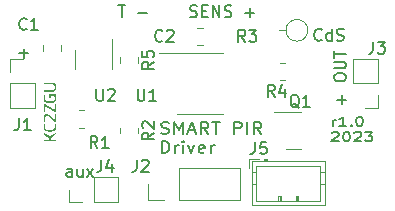
<source format=gbr>
%TF.GenerationSoftware,KiCad,Pcbnew,7.0.2*%
%TF.CreationDate,2023-05-18T15:11:27-04:00*%
%TF.ProjectId,smartpir,736d6172-7470-4697-922e-6b696361645f,rev?*%
%TF.SameCoordinates,Original*%
%TF.FileFunction,Legend,Top*%
%TF.FilePolarity,Positive*%
%FSLAX46Y46*%
G04 Gerber Fmt 4.6, Leading zero omitted, Abs format (unit mm)*
G04 Created by KiCad (PCBNEW 7.0.2) date 2023-05-18 15:11:27*
%MOMM*%
%LPD*%
G01*
G04 APERTURE LIST*
%ADD10C,0.150000*%
%ADD11C,0.120000*%
G04 APERTURE END LIST*
D10*
X128238095Y-110606095D02*
X128238095Y-110072761D01*
X128238095Y-110225142D02*
X128285714Y-110148952D01*
X128285714Y-110148952D02*
X128333333Y-110110857D01*
X128333333Y-110110857D02*
X128428571Y-110072761D01*
X128428571Y-110072761D02*
X128523809Y-110072761D01*
X129380952Y-110606095D02*
X128809524Y-110606095D01*
X129095238Y-110606095D02*
X129095238Y-109806095D01*
X129095238Y-109806095D02*
X129000000Y-109920380D01*
X129000000Y-109920380D02*
X128904762Y-109996571D01*
X128904762Y-109996571D02*
X128809524Y-110034666D01*
X129809524Y-110529904D02*
X129857143Y-110568000D01*
X129857143Y-110568000D02*
X129809524Y-110606095D01*
X129809524Y-110606095D02*
X129761905Y-110568000D01*
X129761905Y-110568000D02*
X129809524Y-110529904D01*
X129809524Y-110529904D02*
X129809524Y-110606095D01*
X130476190Y-109806095D02*
X130571428Y-109806095D01*
X130571428Y-109806095D02*
X130666666Y-109844190D01*
X130666666Y-109844190D02*
X130714285Y-109882285D01*
X130714285Y-109882285D02*
X130761904Y-109958476D01*
X130761904Y-109958476D02*
X130809523Y-110110857D01*
X130809523Y-110110857D02*
X130809523Y-110301333D01*
X130809523Y-110301333D02*
X130761904Y-110453714D01*
X130761904Y-110453714D02*
X130714285Y-110529904D01*
X130714285Y-110529904D02*
X130666666Y-110568000D01*
X130666666Y-110568000D02*
X130571428Y-110606095D01*
X130571428Y-110606095D02*
X130476190Y-110606095D01*
X130476190Y-110606095D02*
X130380952Y-110568000D01*
X130380952Y-110568000D02*
X130333333Y-110529904D01*
X130333333Y-110529904D02*
X130285714Y-110453714D01*
X130285714Y-110453714D02*
X130238095Y-110301333D01*
X130238095Y-110301333D02*
X130238095Y-110110857D01*
X130238095Y-110110857D02*
X130285714Y-109958476D01*
X130285714Y-109958476D02*
X130333333Y-109882285D01*
X130333333Y-109882285D02*
X130380952Y-109844190D01*
X130380952Y-109844190D02*
X130476190Y-109806095D01*
X128190476Y-111178285D02*
X128238095Y-111140190D01*
X128238095Y-111140190D02*
X128333333Y-111102095D01*
X128333333Y-111102095D02*
X128571428Y-111102095D01*
X128571428Y-111102095D02*
X128666666Y-111140190D01*
X128666666Y-111140190D02*
X128714285Y-111178285D01*
X128714285Y-111178285D02*
X128761904Y-111254476D01*
X128761904Y-111254476D02*
X128761904Y-111330666D01*
X128761904Y-111330666D02*
X128714285Y-111444952D01*
X128714285Y-111444952D02*
X128142857Y-111902095D01*
X128142857Y-111902095D02*
X128761904Y-111902095D01*
X129380952Y-111102095D02*
X129476190Y-111102095D01*
X129476190Y-111102095D02*
X129571428Y-111140190D01*
X129571428Y-111140190D02*
X129619047Y-111178285D01*
X129619047Y-111178285D02*
X129666666Y-111254476D01*
X129666666Y-111254476D02*
X129714285Y-111406857D01*
X129714285Y-111406857D02*
X129714285Y-111597333D01*
X129714285Y-111597333D02*
X129666666Y-111749714D01*
X129666666Y-111749714D02*
X129619047Y-111825904D01*
X129619047Y-111825904D02*
X129571428Y-111864000D01*
X129571428Y-111864000D02*
X129476190Y-111902095D01*
X129476190Y-111902095D02*
X129380952Y-111902095D01*
X129380952Y-111902095D02*
X129285714Y-111864000D01*
X129285714Y-111864000D02*
X129238095Y-111825904D01*
X129238095Y-111825904D02*
X129190476Y-111749714D01*
X129190476Y-111749714D02*
X129142857Y-111597333D01*
X129142857Y-111597333D02*
X129142857Y-111406857D01*
X129142857Y-111406857D02*
X129190476Y-111254476D01*
X129190476Y-111254476D02*
X129238095Y-111178285D01*
X129238095Y-111178285D02*
X129285714Y-111140190D01*
X129285714Y-111140190D02*
X129380952Y-111102095D01*
X130095238Y-111178285D02*
X130142857Y-111140190D01*
X130142857Y-111140190D02*
X130238095Y-111102095D01*
X130238095Y-111102095D02*
X130476190Y-111102095D01*
X130476190Y-111102095D02*
X130571428Y-111140190D01*
X130571428Y-111140190D02*
X130619047Y-111178285D01*
X130619047Y-111178285D02*
X130666666Y-111254476D01*
X130666666Y-111254476D02*
X130666666Y-111330666D01*
X130666666Y-111330666D02*
X130619047Y-111444952D01*
X130619047Y-111444952D02*
X130047619Y-111902095D01*
X130047619Y-111902095D02*
X130666666Y-111902095D01*
X131000000Y-111102095D02*
X131619047Y-111102095D01*
X131619047Y-111102095D02*
X131285714Y-111406857D01*
X131285714Y-111406857D02*
X131428571Y-111406857D01*
X131428571Y-111406857D02*
X131523809Y-111444952D01*
X131523809Y-111444952D02*
X131571428Y-111483047D01*
X131571428Y-111483047D02*
X131619047Y-111559238D01*
X131619047Y-111559238D02*
X131619047Y-111749714D01*
X131619047Y-111749714D02*
X131571428Y-111825904D01*
X131571428Y-111825904D02*
X131523809Y-111864000D01*
X131523809Y-111864000D02*
X131428571Y-111902095D01*
X131428571Y-111902095D02*
X131142857Y-111902095D01*
X131142857Y-111902095D02*
X131047619Y-111864000D01*
X131047619Y-111864000D02*
X131000000Y-111825904D01*
G36*
X103782686Y-111890579D02*
G01*
X103782686Y-111750628D01*
X104251632Y-111750628D01*
X104251632Y-111582588D01*
X103782686Y-111322226D01*
X103782686Y-111172260D01*
X104312693Y-111471946D01*
X104830000Y-111166643D01*
X104830000Y-111317829D01*
X104376685Y-111584054D01*
X104376685Y-111750628D01*
X104830000Y-111750628D01*
X104830000Y-111890579D01*
X103782686Y-111890579D01*
G37*
G36*
X104837815Y-110709665D02*
G01*
X104837652Y-110726118D01*
X104837163Y-110742141D01*
X104836347Y-110757733D01*
X104835205Y-110772893D01*
X104833737Y-110787622D01*
X104831942Y-110801920D01*
X104829821Y-110815786D01*
X104827374Y-110829221D01*
X104824600Y-110842225D01*
X104821501Y-110854798D01*
X104818075Y-110866940D01*
X104814322Y-110878650D01*
X104810243Y-110889929D01*
X104805839Y-110900777D01*
X104801107Y-110911194D01*
X104796050Y-110921179D01*
X104790511Y-110930767D01*
X104784399Y-110940054D01*
X104777711Y-110949040D01*
X104770450Y-110957724D01*
X104762614Y-110966106D01*
X104754204Y-110974187D01*
X104745220Y-110981967D01*
X104735661Y-110989445D01*
X104725527Y-110996621D01*
X104714820Y-111003496D01*
X104703538Y-111010070D01*
X104691682Y-111016342D01*
X104679251Y-111022313D01*
X104666246Y-111027982D01*
X104652667Y-111033349D01*
X104638513Y-111038415D01*
X104623635Y-111043177D01*
X104607945Y-111047632D01*
X104591441Y-111051779D01*
X104574125Y-111055619D01*
X104555995Y-111059152D01*
X104537053Y-111062378D01*
X104527277Y-111063876D01*
X104517298Y-111065296D01*
X104507116Y-111066640D01*
X104496730Y-111067908D01*
X104486141Y-111069098D01*
X104475349Y-111070212D01*
X104464354Y-111071249D01*
X104453156Y-111072209D01*
X104441754Y-111073092D01*
X104430149Y-111073898D01*
X104418341Y-111074628D01*
X104406330Y-111075281D01*
X104394115Y-111075857D01*
X104381697Y-111076356D01*
X104369077Y-111076778D01*
X104356252Y-111077124D01*
X104343225Y-111077393D01*
X104329994Y-111077585D01*
X104316560Y-111077700D01*
X104302923Y-111077739D01*
X104289964Y-111077699D01*
X104277187Y-111077579D01*
X104264595Y-111077380D01*
X104252186Y-111077101D01*
X104239961Y-111076743D01*
X104227919Y-111076305D01*
X104216061Y-111075787D01*
X104204387Y-111075189D01*
X104192896Y-111074512D01*
X104181589Y-111073755D01*
X104170466Y-111072919D01*
X104159526Y-111072003D01*
X104148770Y-111071007D01*
X104138198Y-111069931D01*
X104127809Y-111068776D01*
X104117604Y-111067541D01*
X104107583Y-111066227D01*
X104097745Y-111064833D01*
X104078621Y-111061805D01*
X104060231Y-111058460D01*
X104042576Y-111054795D01*
X104025655Y-111050812D01*
X104009469Y-111046510D01*
X103994018Y-111041889D01*
X103979302Y-111036950D01*
X103965226Y-111031699D01*
X103951698Y-111026142D01*
X103938718Y-111020280D01*
X103926286Y-111014113D01*
X103914401Y-111007641D01*
X103903064Y-111000863D01*
X103892274Y-110993780D01*
X103882032Y-110986392D01*
X103872338Y-110978698D01*
X103863191Y-110970699D01*
X103854592Y-110962395D01*
X103846540Y-110953785D01*
X103839037Y-110944870D01*
X103832080Y-110935650D01*
X103825672Y-110926125D01*
X103819811Y-110916294D01*
X103814369Y-110906077D01*
X103809278Y-110895453D01*
X103804538Y-110884423D01*
X103800150Y-110872987D01*
X103796112Y-110861144D01*
X103792425Y-110848894D01*
X103789090Y-110836239D01*
X103786106Y-110823176D01*
X103783472Y-110809708D01*
X103781190Y-110795833D01*
X103779259Y-110781551D01*
X103777679Y-110766863D01*
X103776450Y-110751769D01*
X103775573Y-110736268D01*
X103775046Y-110720361D01*
X103774870Y-110704047D01*
X103774976Y-110690255D01*
X103775291Y-110676266D01*
X103775817Y-110662080D01*
X103776553Y-110647696D01*
X103777500Y-110633114D01*
X103778248Y-110623283D01*
X103779090Y-110613365D01*
X103780025Y-110603358D01*
X103781053Y-110593264D01*
X103782175Y-110583082D01*
X103783391Y-110572813D01*
X103784700Y-110562455D01*
X103786102Y-110552010D01*
X103786838Y-110546755D01*
X103788323Y-110536298D01*
X103789846Y-110525994D01*
X103791406Y-110515843D01*
X103793005Y-110505844D01*
X103794643Y-110495998D01*
X103796318Y-110486304D01*
X103798903Y-110472051D01*
X103801573Y-110458140D01*
X103804329Y-110444573D01*
X103807172Y-110431350D01*
X103810100Y-110418470D01*
X103813113Y-110405933D01*
X103815170Y-110397766D01*
X103921416Y-110397766D01*
X103919645Y-110409585D01*
X103917875Y-110422450D01*
X103916547Y-110432785D01*
X103915218Y-110443708D01*
X103913890Y-110455219D01*
X103912562Y-110467318D01*
X103911234Y-110480006D01*
X103909906Y-110493282D01*
X103908578Y-110507145D01*
X103907250Y-110521598D01*
X103906363Y-110531429D01*
X103905533Y-110541263D01*
X103904760Y-110551098D01*
X103904044Y-110560936D01*
X103903386Y-110570775D01*
X103902785Y-110580617D01*
X103902241Y-110590460D01*
X103901755Y-110600305D01*
X103901325Y-110610152D01*
X103900953Y-110620001D01*
X103900638Y-110629852D01*
X103900381Y-110639704D01*
X103900180Y-110649559D01*
X103900037Y-110659415D01*
X103899951Y-110669274D01*
X103899923Y-110679134D01*
X103900049Y-110691413D01*
X103900426Y-110703337D01*
X103901056Y-110714906D01*
X103901938Y-110726120D01*
X103903071Y-110736980D01*
X103904456Y-110747484D01*
X103906094Y-110757633D01*
X103907983Y-110767428D01*
X103911289Y-110781454D01*
X103915161Y-110794682D01*
X103919601Y-110807111D01*
X103924607Y-110818742D01*
X103930179Y-110829574D01*
X103932163Y-110833007D01*
X103938641Y-110842877D01*
X103946076Y-110852244D01*
X103954469Y-110861109D01*
X103963819Y-110869472D01*
X103974127Y-110877332D01*
X103985392Y-110884690D01*
X103997614Y-110891546D01*
X104010794Y-110897899D01*
X104020112Y-110901856D01*
X104029856Y-110905589D01*
X104040026Y-110909099D01*
X104050621Y-110912386D01*
X104061715Y-110915462D01*
X104073442Y-110918340D01*
X104085803Y-110921019D01*
X104098797Y-110923499D01*
X104112425Y-110925781D01*
X104126687Y-110927865D01*
X104141582Y-110929750D01*
X104157110Y-110931437D01*
X104173272Y-110932925D01*
X104190068Y-110934215D01*
X104207497Y-110935307D01*
X104225560Y-110936200D01*
X104244256Y-110936894D01*
X104263585Y-110937390D01*
X104273487Y-110937564D01*
X104283548Y-110937688D01*
X104293767Y-110937763D01*
X104304145Y-110937787D01*
X104314778Y-110937764D01*
X104325245Y-110937694D01*
X104335546Y-110937577D01*
X104345681Y-110937413D01*
X104355650Y-110937203D01*
X104365453Y-110936946D01*
X104384562Y-110936291D01*
X104403006Y-110935450D01*
X104420786Y-110934421D01*
X104437902Y-110933206D01*
X104454354Y-110931803D01*
X104470142Y-110930214D01*
X104485266Y-110928437D01*
X104499726Y-110926474D01*
X104513522Y-110924323D01*
X104526654Y-110921986D01*
X104539122Y-110919462D01*
X104550925Y-110916750D01*
X104562065Y-110913852D01*
X104572661Y-110910744D01*
X104582833Y-110907406D01*
X104592582Y-110903837D01*
X104601907Y-110900037D01*
X104610809Y-110896006D01*
X104623367Y-110889526D01*
X104634972Y-110882527D01*
X104645623Y-110875009D01*
X104655322Y-110866971D01*
X104664067Y-110858414D01*
X104671860Y-110849337D01*
X104678699Y-110839741D01*
X104680767Y-110836427D01*
X104686485Y-110825968D01*
X104691641Y-110814651D01*
X104696234Y-110802475D01*
X104700265Y-110789440D01*
X104703733Y-110775547D01*
X104705733Y-110765808D01*
X104707482Y-110755687D01*
X104708982Y-110745185D01*
X104710232Y-110734301D01*
X104711232Y-110723035D01*
X104711982Y-110711388D01*
X104712482Y-110699359D01*
X104712732Y-110686948D01*
X104712763Y-110680600D01*
X104712746Y-110670016D01*
X104712696Y-110659545D01*
X104712613Y-110649187D01*
X104712496Y-110638941D01*
X104712346Y-110628808D01*
X104712162Y-110618787D01*
X104711945Y-110608879D01*
X104711694Y-110599084D01*
X104711093Y-110579830D01*
X104710359Y-110561028D01*
X104709490Y-110542675D01*
X104708489Y-110524773D01*
X104707353Y-110507321D01*
X104706084Y-110490319D01*
X104704682Y-110473768D01*
X104703146Y-110457667D01*
X104701476Y-110442016D01*
X104699673Y-110426816D01*
X104697736Y-110412066D01*
X104695666Y-110397766D01*
X104803133Y-110397766D01*
X104807333Y-110415471D01*
X104811261Y-110433414D01*
X104814919Y-110451596D01*
X104818306Y-110470017D01*
X104821422Y-110488675D01*
X104824267Y-110507573D01*
X104826842Y-110526709D01*
X104829145Y-110546083D01*
X104830195Y-110555860D01*
X104831177Y-110565696D01*
X104832091Y-110575592D01*
X104832938Y-110585547D01*
X104833717Y-110595562D01*
X104834428Y-110605637D01*
X104835072Y-110615772D01*
X104835648Y-110625966D01*
X104836156Y-110636219D01*
X104836596Y-110646533D01*
X104836969Y-110656905D01*
X104837273Y-110667338D01*
X104837510Y-110677830D01*
X104837680Y-110688382D01*
X104837781Y-110698993D01*
X104837815Y-110709665D01*
G37*
G36*
X104719846Y-110262944D02*
G01*
X104355436Y-109893405D01*
X104345903Y-109883603D01*
X104336476Y-109874163D01*
X104327157Y-109865086D01*
X104317944Y-109856372D01*
X104308839Y-109848020D01*
X104299840Y-109840030D01*
X104290948Y-109832403D01*
X104282163Y-109825139D01*
X104273485Y-109818237D01*
X104264913Y-109811698D01*
X104256449Y-109805521D01*
X104248091Y-109799707D01*
X104239840Y-109794256D01*
X104227664Y-109786758D01*
X104215729Y-109780076D01*
X104203739Y-109774053D01*
X104191491Y-109768622D01*
X104178986Y-109763783D01*
X104166224Y-109759537D01*
X104153204Y-109755883D01*
X104139926Y-109752822D01*
X104126390Y-109750354D01*
X104112597Y-109748477D01*
X104098547Y-109747194D01*
X104084238Y-109746502D01*
X104074556Y-109746371D01*
X104060490Y-109746766D01*
X104047050Y-109747951D01*
X104034238Y-109749926D01*
X104022052Y-109752691D01*
X104010493Y-109756245D01*
X103999560Y-109760590D01*
X103989255Y-109765725D01*
X103979576Y-109771650D01*
X103970525Y-109778365D01*
X103962100Y-109785869D01*
X103956831Y-109791311D01*
X103949455Y-109800282D01*
X103942804Y-109810434D01*
X103936878Y-109821766D01*
X103931678Y-109834279D01*
X103927204Y-109847973D01*
X103924624Y-109857758D01*
X103922367Y-109868067D01*
X103920432Y-109878902D01*
X103918819Y-109890261D01*
X103917529Y-109902145D01*
X103916562Y-109914554D01*
X103915917Y-109927487D01*
X103915595Y-109940945D01*
X103915554Y-109947871D01*
X103915554Y-110230704D01*
X103800027Y-110230704D01*
X103798480Y-110219382D01*
X103796981Y-110208161D01*
X103795532Y-110197042D01*
X103794131Y-110186023D01*
X103792780Y-110175106D01*
X103791478Y-110164289D01*
X103790225Y-110153574D01*
X103789021Y-110142960D01*
X103787867Y-110132447D01*
X103786761Y-110122035D01*
X103785705Y-110111725D01*
X103784697Y-110101515D01*
X103783739Y-110091407D01*
X103782830Y-110081399D01*
X103781970Y-110071493D01*
X103781160Y-110061688D01*
X103779686Y-110042382D01*
X103778408Y-110023480D01*
X103777327Y-110004982D01*
X103776443Y-109986889D01*
X103775755Y-109969200D01*
X103775263Y-109951916D01*
X103774969Y-109935037D01*
X103774870Y-109918562D01*
X103774940Y-109908064D01*
X103775147Y-109897757D01*
X103775493Y-109887643D01*
X103775977Y-109877720D01*
X103777361Y-109858450D01*
X103779297Y-109839946D01*
X103781787Y-109822210D01*
X103784831Y-109805241D01*
X103788428Y-109789039D01*
X103792578Y-109773604D01*
X103797282Y-109758936D01*
X103802539Y-109745035D01*
X103808349Y-109731901D01*
X103814713Y-109719535D01*
X103821630Y-109707935D01*
X103829100Y-109697102D01*
X103837124Y-109687037D01*
X103845701Y-109677739D01*
X103854773Y-109669102D01*
X103864343Y-109661023D01*
X103874412Y-109653501D01*
X103884978Y-109646536D01*
X103896043Y-109640129D01*
X103907605Y-109634279D01*
X103919665Y-109628985D01*
X103932224Y-109624249D01*
X103945280Y-109620070D01*
X103958835Y-109616449D01*
X103972887Y-109613384D01*
X103987438Y-109610877D01*
X104002487Y-109608927D01*
X104018033Y-109607534D01*
X104034078Y-109606698D01*
X104050621Y-109606420D01*
X104063934Y-109606581D01*
X104077067Y-109607065D01*
X104090022Y-109607871D01*
X104102797Y-109608999D01*
X104115393Y-109610451D01*
X104127809Y-109612224D01*
X104140046Y-109614320D01*
X104152103Y-109616739D01*
X104163982Y-109619480D01*
X104175681Y-109622543D01*
X104187200Y-109625929D01*
X104198540Y-109629638D01*
X104209701Y-109633669D01*
X104220682Y-109638022D01*
X104231484Y-109642698D01*
X104242107Y-109647697D01*
X104252673Y-109653067D01*
X104263306Y-109658859D01*
X104274006Y-109665073D01*
X104284773Y-109671709D01*
X104295607Y-109678766D01*
X104306507Y-109686245D01*
X104317474Y-109694146D01*
X104328508Y-109702468D01*
X104339609Y-109711212D01*
X104350776Y-109720378D01*
X104362010Y-109729965D01*
X104373311Y-109739975D01*
X104384679Y-109750406D01*
X104396114Y-109761258D01*
X104407615Y-109772532D01*
X104419183Y-109784228D01*
X104704947Y-110073900D01*
X104704947Y-109575157D01*
X104830000Y-109575157D01*
X104830000Y-110262944D01*
X104719846Y-110262944D01*
G37*
G36*
X104717404Y-109451081D02*
G01*
X103907739Y-108947941D01*
X103907739Y-109451081D01*
X103782686Y-109451081D01*
X103782686Y-108778925D01*
X103895282Y-108778925D01*
X104704947Y-109282065D01*
X104704947Y-108778925D01*
X104830000Y-108778925D01*
X104830000Y-109451081D01*
X104717404Y-109451081D01*
G37*
G36*
X104837815Y-108318527D02*
G01*
X104837588Y-108334391D01*
X104836907Y-108349805D01*
X104835772Y-108364769D01*
X104834182Y-108379282D01*
X104832139Y-108393346D01*
X104829641Y-108406958D01*
X104826689Y-108420121D01*
X104823283Y-108432833D01*
X104819423Y-108445094D01*
X104815108Y-108456906D01*
X104810340Y-108468267D01*
X104805117Y-108479178D01*
X104799441Y-108489638D01*
X104793310Y-108499648D01*
X104786725Y-108509208D01*
X104779685Y-108518318D01*
X104772167Y-108527035D01*
X104764207Y-108535419D01*
X104755803Y-108543468D01*
X104746957Y-108551184D01*
X104737668Y-108558565D01*
X104727937Y-108565613D01*
X104717762Y-108572327D01*
X104707145Y-108578707D01*
X104696086Y-108584753D01*
X104684583Y-108590465D01*
X104672638Y-108595843D01*
X104660251Y-108600887D01*
X104647420Y-108605597D01*
X104634147Y-108609974D01*
X104620432Y-108614016D01*
X104606273Y-108617725D01*
X104591586Y-108621155D01*
X104576346Y-108624365D01*
X104560552Y-108627353D01*
X104544205Y-108630120D01*
X104527304Y-108632665D01*
X104509851Y-108634989D01*
X104491843Y-108637092D01*
X104473283Y-108638974D01*
X104454169Y-108640634D01*
X104444404Y-108641381D01*
X104434502Y-108642073D01*
X104424460Y-108642709D01*
X104414281Y-108643290D01*
X104403963Y-108643816D01*
X104393507Y-108644286D01*
X104382912Y-108644701D01*
X104372180Y-108645061D01*
X104361308Y-108645365D01*
X104350299Y-108645614D01*
X104339151Y-108645808D01*
X104327865Y-108645946D01*
X104316440Y-108646029D01*
X104304877Y-108646057D01*
X104293406Y-108646026D01*
X104282071Y-108645936D01*
X104270874Y-108645784D01*
X104259815Y-108645572D01*
X104248892Y-108645299D01*
X104238107Y-108644966D01*
X104227460Y-108644572D01*
X104216950Y-108644118D01*
X104206577Y-108643603D01*
X104196342Y-108643028D01*
X104186244Y-108642391D01*
X104176284Y-108641695D01*
X104166460Y-108640937D01*
X104147226Y-108639241D01*
X104128542Y-108637302D01*
X104110407Y-108635121D01*
X104092821Y-108632698D01*
X104075785Y-108630032D01*
X104059299Y-108627124D01*
X104043362Y-108623974D01*
X104027975Y-108620581D01*
X104013137Y-108616946D01*
X104005924Y-108615038D01*
X103991854Y-108610943D01*
X103978222Y-108606474D01*
X103965026Y-108601631D01*
X103952267Y-108596414D01*
X103939945Y-108590823D01*
X103928060Y-108584859D01*
X103916612Y-108578520D01*
X103905601Y-108571807D01*
X103895027Y-108564720D01*
X103884890Y-108557259D01*
X103875190Y-108549424D01*
X103865927Y-108541215D01*
X103857101Y-108532633D01*
X103848712Y-108523676D01*
X103840760Y-108514345D01*
X103833244Y-108504640D01*
X103826176Y-108494474D01*
X103819563Y-108483822D01*
X103813406Y-108472683D01*
X103807706Y-108461058D01*
X103802461Y-108448946D01*
X103797673Y-108436348D01*
X103793340Y-108423262D01*
X103789464Y-108409691D01*
X103786044Y-108395632D01*
X103783079Y-108381088D01*
X103780571Y-108366056D01*
X103778519Y-108350538D01*
X103776923Y-108334534D01*
X103775782Y-108318042D01*
X103775098Y-108301065D01*
X103774870Y-108283600D01*
X103774907Y-108272901D01*
X103775017Y-108262204D01*
X103775201Y-108251511D01*
X103775458Y-108240820D01*
X103775789Y-108230132D01*
X103776193Y-108219447D01*
X103776670Y-108208764D01*
X103777221Y-108198085D01*
X103777846Y-108187408D01*
X103778544Y-108176735D01*
X103779315Y-108166064D01*
X103780160Y-108155396D01*
X103781078Y-108144731D01*
X103782070Y-108134068D01*
X103783135Y-108123409D01*
X103784274Y-108112752D01*
X103785486Y-108102099D01*
X103786772Y-108091448D01*
X103788131Y-108080800D01*
X103789563Y-108070155D01*
X103791069Y-108059513D01*
X103792649Y-108048873D01*
X103794302Y-108038237D01*
X103796028Y-108027603D01*
X103797828Y-108016973D01*
X103799701Y-108006345D01*
X103801648Y-107995720D01*
X103803668Y-107985097D01*
X103805762Y-107974478D01*
X103807929Y-107963862D01*
X103810170Y-107953248D01*
X103812484Y-107942637D01*
X103920439Y-107942637D01*
X103919177Y-107952826D01*
X103917955Y-107962998D01*
X103916773Y-107973154D01*
X103915631Y-107983292D01*
X103914529Y-107993414D01*
X103913467Y-108003520D01*
X103912445Y-108013608D01*
X103911463Y-108023680D01*
X103910522Y-108033735D01*
X103909620Y-108043774D01*
X103908758Y-108053796D01*
X103907937Y-108063801D01*
X103907156Y-108073789D01*
X103906414Y-108083761D01*
X103905713Y-108093716D01*
X103905052Y-108103654D01*
X103904431Y-108113576D01*
X103903850Y-108123481D01*
X103903309Y-108133369D01*
X103902808Y-108143241D01*
X103902347Y-108153096D01*
X103901926Y-108162934D01*
X103901546Y-108172755D01*
X103901205Y-108182560D01*
X103900904Y-108192348D01*
X103900644Y-108202120D01*
X103900243Y-108221612D01*
X103900003Y-108241038D01*
X103899923Y-108260397D01*
X103900077Y-108272640D01*
X103900541Y-108284516D01*
X103901314Y-108296026D01*
X103902396Y-108307170D01*
X103903787Y-108317947D01*
X103905487Y-108328358D01*
X103907496Y-108338402D01*
X103909815Y-108348080D01*
X103913872Y-108361911D01*
X103918624Y-108374917D01*
X103924073Y-108387098D01*
X103930216Y-108398456D01*
X103937056Y-108408989D01*
X103939490Y-108412316D01*
X103947282Y-108421883D01*
X103955911Y-108430892D01*
X103965377Y-108439343D01*
X103975680Y-108447235D01*
X103986820Y-108454570D01*
X103998798Y-108461346D01*
X104011613Y-108467564D01*
X104020621Y-108471400D01*
X104030002Y-108474987D01*
X104039754Y-108478326D01*
X104049879Y-108481417D01*
X104060376Y-108484261D01*
X104065764Y-108485589D01*
X104076870Y-108488074D01*
X104088513Y-108490398D01*
X104100691Y-108492562D01*
X104113406Y-108494565D01*
X104126657Y-108496408D01*
X104140445Y-108498091D01*
X104154768Y-108499614D01*
X104169628Y-108500976D01*
X104185024Y-108502179D01*
X104200956Y-108503220D01*
X104217424Y-108504102D01*
X104234429Y-108504823D01*
X104251969Y-108505384D01*
X104270046Y-108505785D01*
X104288659Y-108506025D01*
X104307808Y-108506106D01*
X104317870Y-108506086D01*
X104327784Y-108506025D01*
X104347166Y-108505785D01*
X104365954Y-108505384D01*
X104384149Y-108504823D01*
X104401751Y-108504102D01*
X104418759Y-108503220D01*
X104435174Y-108502179D01*
X104450996Y-108500976D01*
X104466224Y-108499614D01*
X104480858Y-108498091D01*
X104494899Y-108496408D01*
X104508347Y-108494565D01*
X104521201Y-108492562D01*
X104533462Y-108490398D01*
X104545129Y-108488074D01*
X104556203Y-108485589D01*
X104566752Y-108482885D01*
X104576907Y-108479964D01*
X104586666Y-108476825D01*
X104596030Y-108473469D01*
X104609336Y-108468026D01*
X104621753Y-108462094D01*
X104633281Y-108455673D01*
X104643921Y-108448762D01*
X104653672Y-108441362D01*
X104662534Y-108433472D01*
X104670507Y-108425093D01*
X104677592Y-108416224D01*
X104683877Y-108406685D01*
X104689545Y-108396386D01*
X104694594Y-108385327D01*
X104699024Y-108373508D01*
X104702837Y-108360930D01*
X104706031Y-108347591D01*
X104708607Y-108333492D01*
X104709981Y-108323671D01*
X104711080Y-108313512D01*
X104711904Y-108303015D01*
X104712454Y-108292181D01*
X104712729Y-108281009D01*
X104712763Y-108275296D01*
X104712576Y-108261626D01*
X104712015Y-108247788D01*
X104711080Y-108233782D01*
X104709771Y-108219609D01*
X104708088Y-108205267D01*
X104706031Y-108190758D01*
X104703600Y-108176080D01*
X104700795Y-108161235D01*
X104697616Y-108146221D01*
X104694063Y-108131040D01*
X104690136Y-108115691D01*
X104685835Y-108100174D01*
X104681160Y-108084489D01*
X104676111Y-108068636D01*
X104670688Y-108052615D01*
X104664891Y-108036427D01*
X104381814Y-108036427D01*
X104381814Y-108268457D01*
X104280453Y-108268457D01*
X104278856Y-108256651D01*
X104277362Y-108244434D01*
X104275971Y-108231807D01*
X104274683Y-108218769D01*
X104273498Y-108205321D01*
X104272416Y-108191464D01*
X104271437Y-108177195D01*
X104270561Y-108162517D01*
X104269788Y-108147428D01*
X104269119Y-108131929D01*
X104268552Y-108116020D01*
X104268088Y-108099701D01*
X104267728Y-108082971D01*
X104267470Y-108065831D01*
X104267316Y-108048281D01*
X104267264Y-108030321D01*
X104267311Y-108018478D01*
X104267453Y-108006490D01*
X104267689Y-107994355D01*
X104268020Y-107982075D01*
X104268445Y-107969649D01*
X104268964Y-107957076D01*
X104269578Y-107944358D01*
X104270286Y-107931494D01*
X104271089Y-107918484D01*
X104271987Y-107905327D01*
X104272637Y-107896475D01*
X104830000Y-107896475D01*
X104830000Y-108004675D01*
X104761367Y-108026413D01*
X104766940Y-108037434D01*
X104772393Y-108048789D01*
X104777725Y-108060480D01*
X104782937Y-108072506D01*
X104788029Y-108084866D01*
X104793001Y-108097562D01*
X104797852Y-108110592D01*
X104802583Y-108123957D01*
X104807194Y-108137657D01*
X104810202Y-108146977D01*
X104813155Y-108156445D01*
X104814612Y-108161235D01*
X104817422Y-108170865D01*
X104820050Y-108180522D01*
X104822498Y-108190206D01*
X104824764Y-108199917D01*
X104826848Y-108209654D01*
X104828752Y-108219418D01*
X104830474Y-108229209D01*
X104832015Y-108239026D01*
X104833374Y-108248870D01*
X104834552Y-108258741D01*
X104835549Y-108268639D01*
X104836365Y-108278563D01*
X104837000Y-108288514D01*
X104837453Y-108298492D01*
X104837725Y-108308496D01*
X104837815Y-108318527D01*
G37*
G36*
X104837815Y-107321039D02*
G01*
X104837743Y-107332872D01*
X104837524Y-107344528D01*
X104837161Y-107356005D01*
X104836651Y-107367304D01*
X104835997Y-107378426D01*
X104835196Y-107389369D01*
X104834251Y-107400135D01*
X104833159Y-107410722D01*
X104831923Y-107421132D01*
X104830540Y-107431364D01*
X104829013Y-107441417D01*
X104827340Y-107451293D01*
X104825521Y-107460991D01*
X104821447Y-107479853D01*
X104816791Y-107498003D01*
X104811553Y-107515442D01*
X104805733Y-107532169D01*
X104799332Y-107548184D01*
X104792348Y-107563487D01*
X104784782Y-107578079D01*
X104776634Y-107591959D01*
X104767904Y-107605127D01*
X104763321Y-107611444D01*
X104753539Y-107623511D01*
X104742877Y-107634800D01*
X104731336Y-107645310D01*
X104718915Y-107655041D01*
X104705614Y-107663994D01*
X104691434Y-107672169D01*
X104676374Y-107679565D01*
X104660434Y-107686182D01*
X104643615Y-107692021D01*
X104625916Y-107697082D01*
X104607337Y-107701364D01*
X104597718Y-107703213D01*
X104587879Y-107704867D01*
X104577819Y-107706327D01*
X104567541Y-107707592D01*
X104557042Y-107708662D01*
X104546323Y-107709538D01*
X104535384Y-107710219D01*
X104524226Y-107710706D01*
X104512847Y-107710998D01*
X104501249Y-107711095D01*
X103782686Y-107711095D01*
X103782686Y-107571144D01*
X104503203Y-107571144D01*
X104517347Y-107570899D01*
X104530958Y-107570163D01*
X104544038Y-107568937D01*
X104556585Y-107567221D01*
X104568600Y-107565014D01*
X104580082Y-107562317D01*
X104591032Y-107559129D01*
X104601449Y-107555451D01*
X104611334Y-107551283D01*
X104620687Y-107546624D01*
X104629508Y-107541475D01*
X104637796Y-107535836D01*
X104645551Y-107529706D01*
X104652775Y-107523085D01*
X104662611Y-107512235D01*
X104665624Y-107508374D01*
X104671332Y-107500257D01*
X104676672Y-107491662D01*
X104681644Y-107482588D01*
X104686247Y-107473035D01*
X104690482Y-107463003D01*
X104694349Y-107452492D01*
X104697848Y-107441502D01*
X104700978Y-107430033D01*
X104703740Y-107418085D01*
X104706134Y-107405658D01*
X104708160Y-107392752D01*
X104709817Y-107379368D01*
X104711106Y-107365504D01*
X104712026Y-107351161D01*
X104712579Y-107336340D01*
X104712763Y-107321039D01*
X104712579Y-107305562D01*
X104712026Y-107290578D01*
X104711106Y-107276085D01*
X104709817Y-107262085D01*
X104708160Y-107248577D01*
X104706134Y-107235562D01*
X104703740Y-107223039D01*
X104700978Y-107211008D01*
X104697848Y-107199469D01*
X104694349Y-107188423D01*
X104690482Y-107177869D01*
X104686247Y-107167807D01*
X104681644Y-107158238D01*
X104676672Y-107149161D01*
X104671332Y-107140576D01*
X104665624Y-107132484D01*
X104659466Y-107124853D01*
X104652775Y-107117715D01*
X104645551Y-107111069D01*
X104637796Y-107104915D01*
X104629508Y-107099253D01*
X104620687Y-107094084D01*
X104611334Y-107089407D01*
X104601449Y-107085223D01*
X104591032Y-107081531D01*
X104580082Y-107078331D01*
X104568600Y-107075623D01*
X104556585Y-107073408D01*
X104544038Y-107071685D01*
X104530958Y-107070454D01*
X104517347Y-107069715D01*
X104503203Y-107069469D01*
X103782686Y-107069469D01*
X103782686Y-106929518D01*
X104501249Y-106929518D01*
X104512847Y-106929616D01*
X104524226Y-106929910D01*
X104535384Y-106930400D01*
X104546323Y-106931086D01*
X104557042Y-106931969D01*
X104567541Y-106933047D01*
X104577819Y-106934322D01*
X104587879Y-106935792D01*
X104597718Y-106937459D01*
X104607337Y-106939321D01*
X104625916Y-106943634D01*
X104643615Y-106948732D01*
X104660434Y-106954614D01*
X104676374Y-106961280D01*
X104691434Y-106968730D01*
X104705614Y-106976965D01*
X104718915Y-106985984D01*
X104731336Y-106995787D01*
X104742877Y-107006374D01*
X104753539Y-107017746D01*
X104763321Y-107029902D01*
X104772342Y-107042803D01*
X104780781Y-107056410D01*
X104788638Y-107070723D01*
X104795912Y-107085742D01*
X104802605Y-107101467D01*
X104808716Y-107117898D01*
X104814245Y-107135035D01*
X104819192Y-107152878D01*
X104823557Y-107171427D01*
X104827340Y-107190682D01*
X104829013Y-107200575D01*
X104830540Y-107210643D01*
X104831923Y-107220889D01*
X104833159Y-107231311D01*
X104834251Y-107241909D01*
X104835196Y-107252684D01*
X104835997Y-107263635D01*
X104836651Y-107274763D01*
X104837161Y-107286067D01*
X104837524Y-107297548D01*
X104837743Y-107309205D01*
X104837815Y-107321039D01*
G37*
X110095238Y-100377619D02*
X110666666Y-100377619D01*
X110380952Y-101377619D02*
X110380952Y-100377619D01*
X111761905Y-100996666D02*
X112523810Y-100996666D01*
X116190476Y-101330000D02*
X116333333Y-101377619D01*
X116333333Y-101377619D02*
X116571428Y-101377619D01*
X116571428Y-101377619D02*
X116666666Y-101330000D01*
X116666666Y-101330000D02*
X116714285Y-101282380D01*
X116714285Y-101282380D02*
X116761904Y-101187142D01*
X116761904Y-101187142D02*
X116761904Y-101091904D01*
X116761904Y-101091904D02*
X116714285Y-100996666D01*
X116714285Y-100996666D02*
X116666666Y-100949047D01*
X116666666Y-100949047D02*
X116571428Y-100901428D01*
X116571428Y-100901428D02*
X116380952Y-100853809D01*
X116380952Y-100853809D02*
X116285714Y-100806190D01*
X116285714Y-100806190D02*
X116238095Y-100758571D01*
X116238095Y-100758571D02*
X116190476Y-100663333D01*
X116190476Y-100663333D02*
X116190476Y-100568095D01*
X116190476Y-100568095D02*
X116238095Y-100472857D01*
X116238095Y-100472857D02*
X116285714Y-100425238D01*
X116285714Y-100425238D02*
X116380952Y-100377619D01*
X116380952Y-100377619D02*
X116619047Y-100377619D01*
X116619047Y-100377619D02*
X116761904Y-100425238D01*
X117190476Y-100853809D02*
X117523809Y-100853809D01*
X117666666Y-101377619D02*
X117190476Y-101377619D01*
X117190476Y-101377619D02*
X117190476Y-100377619D01*
X117190476Y-100377619D02*
X117666666Y-100377619D01*
X118095238Y-101377619D02*
X118095238Y-100377619D01*
X118095238Y-100377619D02*
X118666666Y-101377619D01*
X118666666Y-101377619D02*
X118666666Y-100377619D01*
X119095238Y-101330000D02*
X119238095Y-101377619D01*
X119238095Y-101377619D02*
X119476190Y-101377619D01*
X119476190Y-101377619D02*
X119571428Y-101330000D01*
X119571428Y-101330000D02*
X119619047Y-101282380D01*
X119619047Y-101282380D02*
X119666666Y-101187142D01*
X119666666Y-101187142D02*
X119666666Y-101091904D01*
X119666666Y-101091904D02*
X119619047Y-100996666D01*
X119619047Y-100996666D02*
X119571428Y-100949047D01*
X119571428Y-100949047D02*
X119476190Y-100901428D01*
X119476190Y-100901428D02*
X119285714Y-100853809D01*
X119285714Y-100853809D02*
X119190476Y-100806190D01*
X119190476Y-100806190D02*
X119142857Y-100758571D01*
X119142857Y-100758571D02*
X119095238Y-100663333D01*
X119095238Y-100663333D02*
X119095238Y-100568095D01*
X119095238Y-100568095D02*
X119142857Y-100472857D01*
X119142857Y-100472857D02*
X119190476Y-100425238D01*
X119190476Y-100425238D02*
X119285714Y-100377619D01*
X119285714Y-100377619D02*
X119523809Y-100377619D01*
X119523809Y-100377619D02*
X119666666Y-100425238D01*
X120857143Y-100996666D02*
X121619048Y-100996666D01*
X121238095Y-101377619D02*
X121238095Y-100615714D01*
X106166666Y-114877619D02*
X106166666Y-114353809D01*
X106166666Y-114353809D02*
X106119047Y-114258571D01*
X106119047Y-114258571D02*
X106023809Y-114210952D01*
X106023809Y-114210952D02*
X105833333Y-114210952D01*
X105833333Y-114210952D02*
X105738095Y-114258571D01*
X106166666Y-114830000D02*
X106071428Y-114877619D01*
X106071428Y-114877619D02*
X105833333Y-114877619D01*
X105833333Y-114877619D02*
X105738095Y-114830000D01*
X105738095Y-114830000D02*
X105690476Y-114734761D01*
X105690476Y-114734761D02*
X105690476Y-114639523D01*
X105690476Y-114639523D02*
X105738095Y-114544285D01*
X105738095Y-114544285D02*
X105833333Y-114496666D01*
X105833333Y-114496666D02*
X106071428Y-114496666D01*
X106071428Y-114496666D02*
X106166666Y-114449047D01*
X107071428Y-114210952D02*
X107071428Y-114877619D01*
X106642857Y-114210952D02*
X106642857Y-114734761D01*
X106642857Y-114734761D02*
X106690476Y-114830000D01*
X106690476Y-114830000D02*
X106785714Y-114877619D01*
X106785714Y-114877619D02*
X106928571Y-114877619D01*
X106928571Y-114877619D02*
X107023809Y-114830000D01*
X107023809Y-114830000D02*
X107071428Y-114782380D01*
X107452381Y-114877619D02*
X107976190Y-114210952D01*
X107452381Y-114210952D02*
X107976190Y-114877619D01*
X128996666Y-108761904D02*
X128996666Y-108000000D01*
X129377619Y-108380952D02*
X128615714Y-108380952D01*
X128377619Y-106571428D02*
X128377619Y-106380952D01*
X128377619Y-106380952D02*
X128425238Y-106285714D01*
X128425238Y-106285714D02*
X128520476Y-106190476D01*
X128520476Y-106190476D02*
X128710952Y-106142857D01*
X128710952Y-106142857D02*
X129044285Y-106142857D01*
X129044285Y-106142857D02*
X129234761Y-106190476D01*
X129234761Y-106190476D02*
X129330000Y-106285714D01*
X129330000Y-106285714D02*
X129377619Y-106380952D01*
X129377619Y-106380952D02*
X129377619Y-106571428D01*
X129377619Y-106571428D02*
X129330000Y-106666666D01*
X129330000Y-106666666D02*
X129234761Y-106761904D01*
X129234761Y-106761904D02*
X129044285Y-106809523D01*
X129044285Y-106809523D02*
X128710952Y-106809523D01*
X128710952Y-106809523D02*
X128520476Y-106761904D01*
X128520476Y-106761904D02*
X128425238Y-106666666D01*
X128425238Y-106666666D02*
X128377619Y-106571428D01*
X128377619Y-105714285D02*
X129187142Y-105714285D01*
X129187142Y-105714285D02*
X129282380Y-105666666D01*
X129282380Y-105666666D02*
X129330000Y-105619047D01*
X129330000Y-105619047D02*
X129377619Y-105523809D01*
X129377619Y-105523809D02*
X129377619Y-105333333D01*
X129377619Y-105333333D02*
X129330000Y-105238095D01*
X129330000Y-105238095D02*
X129282380Y-105190476D01*
X129282380Y-105190476D02*
X129187142Y-105142857D01*
X129187142Y-105142857D02*
X128377619Y-105142857D01*
X128377619Y-104809523D02*
X128377619Y-104238095D01*
X129377619Y-104523809D02*
X128377619Y-104523809D01*
X127309523Y-103282380D02*
X127261904Y-103330000D01*
X127261904Y-103330000D02*
X127119047Y-103377619D01*
X127119047Y-103377619D02*
X127023809Y-103377619D01*
X127023809Y-103377619D02*
X126880952Y-103330000D01*
X126880952Y-103330000D02*
X126785714Y-103234761D01*
X126785714Y-103234761D02*
X126738095Y-103139523D01*
X126738095Y-103139523D02*
X126690476Y-102949047D01*
X126690476Y-102949047D02*
X126690476Y-102806190D01*
X126690476Y-102806190D02*
X126738095Y-102615714D01*
X126738095Y-102615714D02*
X126785714Y-102520476D01*
X126785714Y-102520476D02*
X126880952Y-102425238D01*
X126880952Y-102425238D02*
X127023809Y-102377619D01*
X127023809Y-102377619D02*
X127119047Y-102377619D01*
X127119047Y-102377619D02*
X127261904Y-102425238D01*
X127261904Y-102425238D02*
X127309523Y-102472857D01*
X128166666Y-103377619D02*
X128166666Y-102377619D01*
X128166666Y-103330000D02*
X128071428Y-103377619D01*
X128071428Y-103377619D02*
X127880952Y-103377619D01*
X127880952Y-103377619D02*
X127785714Y-103330000D01*
X127785714Y-103330000D02*
X127738095Y-103282380D01*
X127738095Y-103282380D02*
X127690476Y-103187142D01*
X127690476Y-103187142D02*
X127690476Y-102901428D01*
X127690476Y-102901428D02*
X127738095Y-102806190D01*
X127738095Y-102806190D02*
X127785714Y-102758571D01*
X127785714Y-102758571D02*
X127880952Y-102710952D01*
X127880952Y-102710952D02*
X128071428Y-102710952D01*
X128071428Y-102710952D02*
X128166666Y-102758571D01*
X128595238Y-103330000D02*
X128738095Y-103377619D01*
X128738095Y-103377619D02*
X128976190Y-103377619D01*
X128976190Y-103377619D02*
X129071428Y-103330000D01*
X129071428Y-103330000D02*
X129119047Y-103282380D01*
X129119047Y-103282380D02*
X129166666Y-103187142D01*
X129166666Y-103187142D02*
X129166666Y-103091904D01*
X129166666Y-103091904D02*
X129119047Y-102996666D01*
X129119047Y-102996666D02*
X129071428Y-102949047D01*
X129071428Y-102949047D02*
X128976190Y-102901428D01*
X128976190Y-102901428D02*
X128785714Y-102853809D01*
X128785714Y-102853809D02*
X128690476Y-102806190D01*
X128690476Y-102806190D02*
X128642857Y-102758571D01*
X128642857Y-102758571D02*
X128595238Y-102663333D01*
X128595238Y-102663333D02*
X128595238Y-102568095D01*
X128595238Y-102568095D02*
X128642857Y-102472857D01*
X128642857Y-102472857D02*
X128690476Y-102425238D01*
X128690476Y-102425238D02*
X128785714Y-102377619D01*
X128785714Y-102377619D02*
X129023809Y-102377619D01*
X129023809Y-102377619D02*
X129166666Y-102425238D01*
X101708095Y-104436666D02*
X102470000Y-104436666D01*
X102089047Y-104817619D02*
X102089047Y-104055714D01*
X113713333Y-111210000D02*
X113873333Y-111257619D01*
X113873333Y-111257619D02*
X114140000Y-111257619D01*
X114140000Y-111257619D02*
X114246666Y-111210000D01*
X114246666Y-111210000D02*
X114300000Y-111162380D01*
X114300000Y-111162380D02*
X114353333Y-111067142D01*
X114353333Y-111067142D02*
X114353333Y-110971904D01*
X114353333Y-110971904D02*
X114300000Y-110876666D01*
X114300000Y-110876666D02*
X114246666Y-110829047D01*
X114246666Y-110829047D02*
X114140000Y-110781428D01*
X114140000Y-110781428D02*
X113926666Y-110733809D01*
X113926666Y-110733809D02*
X113820000Y-110686190D01*
X113820000Y-110686190D02*
X113766666Y-110638571D01*
X113766666Y-110638571D02*
X113713333Y-110543333D01*
X113713333Y-110543333D02*
X113713333Y-110448095D01*
X113713333Y-110448095D02*
X113766666Y-110352857D01*
X113766666Y-110352857D02*
X113820000Y-110305238D01*
X113820000Y-110305238D02*
X113926666Y-110257619D01*
X113926666Y-110257619D02*
X114193333Y-110257619D01*
X114193333Y-110257619D02*
X114353333Y-110305238D01*
X114833333Y-111257619D02*
X114833333Y-110257619D01*
X114833333Y-110257619D02*
X115206667Y-110971904D01*
X115206667Y-110971904D02*
X115580000Y-110257619D01*
X115580000Y-110257619D02*
X115580000Y-111257619D01*
X116060000Y-110971904D02*
X116593333Y-110971904D01*
X115953333Y-111257619D02*
X116326667Y-110257619D01*
X116326667Y-110257619D02*
X116700000Y-111257619D01*
X117713333Y-111257619D02*
X117340000Y-110781428D01*
X117073333Y-111257619D02*
X117073333Y-110257619D01*
X117073333Y-110257619D02*
X117500000Y-110257619D01*
X117500000Y-110257619D02*
X117606667Y-110305238D01*
X117606667Y-110305238D02*
X117660000Y-110352857D01*
X117660000Y-110352857D02*
X117713333Y-110448095D01*
X117713333Y-110448095D02*
X117713333Y-110590952D01*
X117713333Y-110590952D02*
X117660000Y-110686190D01*
X117660000Y-110686190D02*
X117606667Y-110733809D01*
X117606667Y-110733809D02*
X117500000Y-110781428D01*
X117500000Y-110781428D02*
X117073333Y-110781428D01*
X118033333Y-110257619D02*
X118673333Y-110257619D01*
X118353333Y-111257619D02*
X118353333Y-110257619D01*
X119899999Y-111257619D02*
X119899999Y-110257619D01*
X119899999Y-110257619D02*
X120326666Y-110257619D01*
X120326666Y-110257619D02*
X120433333Y-110305238D01*
X120433333Y-110305238D02*
X120486666Y-110352857D01*
X120486666Y-110352857D02*
X120539999Y-110448095D01*
X120539999Y-110448095D02*
X120539999Y-110590952D01*
X120539999Y-110590952D02*
X120486666Y-110686190D01*
X120486666Y-110686190D02*
X120433333Y-110733809D01*
X120433333Y-110733809D02*
X120326666Y-110781428D01*
X120326666Y-110781428D02*
X119899999Y-110781428D01*
X121019999Y-111257619D02*
X121019999Y-110257619D01*
X122193332Y-111257619D02*
X121819999Y-110781428D01*
X121553332Y-111257619D02*
X121553332Y-110257619D01*
X121553332Y-110257619D02*
X121979999Y-110257619D01*
X121979999Y-110257619D02*
X122086666Y-110305238D01*
X122086666Y-110305238D02*
X122139999Y-110352857D01*
X122139999Y-110352857D02*
X122193332Y-110448095D01*
X122193332Y-110448095D02*
X122193332Y-110590952D01*
X122193332Y-110590952D02*
X122139999Y-110686190D01*
X122139999Y-110686190D02*
X122086666Y-110733809D01*
X122086666Y-110733809D02*
X121979999Y-110781428D01*
X121979999Y-110781428D02*
X121553332Y-110781428D01*
X113766666Y-112877619D02*
X113766666Y-111877619D01*
X113766666Y-111877619D02*
X114033333Y-111877619D01*
X114033333Y-111877619D02*
X114193333Y-111925238D01*
X114193333Y-111925238D02*
X114300000Y-112020476D01*
X114300000Y-112020476D02*
X114353333Y-112115714D01*
X114353333Y-112115714D02*
X114406666Y-112306190D01*
X114406666Y-112306190D02*
X114406666Y-112449047D01*
X114406666Y-112449047D02*
X114353333Y-112639523D01*
X114353333Y-112639523D02*
X114300000Y-112734761D01*
X114300000Y-112734761D02*
X114193333Y-112830000D01*
X114193333Y-112830000D02*
X114033333Y-112877619D01*
X114033333Y-112877619D02*
X113766666Y-112877619D01*
X114886666Y-112877619D02*
X114886666Y-112210952D01*
X114886666Y-112401428D02*
X114940000Y-112306190D01*
X114940000Y-112306190D02*
X114993333Y-112258571D01*
X114993333Y-112258571D02*
X115100000Y-112210952D01*
X115100000Y-112210952D02*
X115206666Y-112210952D01*
X115579999Y-112877619D02*
X115579999Y-112210952D01*
X115579999Y-111877619D02*
X115526666Y-111925238D01*
X115526666Y-111925238D02*
X115579999Y-111972857D01*
X115579999Y-111972857D02*
X115633333Y-111925238D01*
X115633333Y-111925238D02*
X115579999Y-111877619D01*
X115579999Y-111877619D02*
X115579999Y-111972857D01*
X116006666Y-112210952D02*
X116273332Y-112877619D01*
X116273332Y-112877619D02*
X116539999Y-112210952D01*
X117393332Y-112830000D02*
X117286665Y-112877619D01*
X117286665Y-112877619D02*
X117073332Y-112877619D01*
X117073332Y-112877619D02*
X116966665Y-112830000D01*
X116966665Y-112830000D02*
X116913332Y-112734761D01*
X116913332Y-112734761D02*
X116913332Y-112353809D01*
X116913332Y-112353809D02*
X116966665Y-112258571D01*
X116966665Y-112258571D02*
X117073332Y-112210952D01*
X117073332Y-112210952D02*
X117286665Y-112210952D01*
X117286665Y-112210952D02*
X117393332Y-112258571D01*
X117393332Y-112258571D02*
X117446665Y-112353809D01*
X117446665Y-112353809D02*
X117446665Y-112449047D01*
X117446665Y-112449047D02*
X116913332Y-112544285D01*
X117926665Y-112877619D02*
X117926665Y-112210952D01*
X117926665Y-112401428D02*
X117979999Y-112306190D01*
X117979999Y-112306190D02*
X118033332Y-112258571D01*
X118033332Y-112258571D02*
X118139999Y-112210952D01*
X118139999Y-112210952D02*
X118246665Y-112210952D01*
%TO.C,R3*%
X120833333Y-103462619D02*
X120500000Y-102986428D01*
X120261905Y-103462619D02*
X120261905Y-102462619D01*
X120261905Y-102462619D02*
X120642857Y-102462619D01*
X120642857Y-102462619D02*
X120738095Y-102510238D01*
X120738095Y-102510238D02*
X120785714Y-102557857D01*
X120785714Y-102557857D02*
X120833333Y-102653095D01*
X120833333Y-102653095D02*
X120833333Y-102795952D01*
X120833333Y-102795952D02*
X120785714Y-102891190D01*
X120785714Y-102891190D02*
X120738095Y-102938809D01*
X120738095Y-102938809D02*
X120642857Y-102986428D01*
X120642857Y-102986428D02*
X120261905Y-102986428D01*
X121166667Y-102462619D02*
X121785714Y-102462619D01*
X121785714Y-102462619D02*
X121452381Y-102843571D01*
X121452381Y-102843571D02*
X121595238Y-102843571D01*
X121595238Y-102843571D02*
X121690476Y-102891190D01*
X121690476Y-102891190D02*
X121738095Y-102938809D01*
X121738095Y-102938809D02*
X121785714Y-103034047D01*
X121785714Y-103034047D02*
X121785714Y-103272142D01*
X121785714Y-103272142D02*
X121738095Y-103367380D01*
X121738095Y-103367380D02*
X121690476Y-103415000D01*
X121690476Y-103415000D02*
X121595238Y-103462619D01*
X121595238Y-103462619D02*
X121309524Y-103462619D01*
X121309524Y-103462619D02*
X121214286Y-103415000D01*
X121214286Y-103415000D02*
X121166667Y-103367380D01*
%TO.C,C1*%
X102333333Y-102367380D02*
X102285714Y-102415000D01*
X102285714Y-102415000D02*
X102142857Y-102462619D01*
X102142857Y-102462619D02*
X102047619Y-102462619D01*
X102047619Y-102462619D02*
X101904762Y-102415000D01*
X101904762Y-102415000D02*
X101809524Y-102319761D01*
X101809524Y-102319761D02*
X101761905Y-102224523D01*
X101761905Y-102224523D02*
X101714286Y-102034047D01*
X101714286Y-102034047D02*
X101714286Y-101891190D01*
X101714286Y-101891190D02*
X101761905Y-101700714D01*
X101761905Y-101700714D02*
X101809524Y-101605476D01*
X101809524Y-101605476D02*
X101904762Y-101510238D01*
X101904762Y-101510238D02*
X102047619Y-101462619D01*
X102047619Y-101462619D02*
X102142857Y-101462619D01*
X102142857Y-101462619D02*
X102285714Y-101510238D01*
X102285714Y-101510238D02*
X102333333Y-101557857D01*
X103285714Y-102462619D02*
X102714286Y-102462619D01*
X103000000Y-102462619D02*
X103000000Y-101462619D01*
X103000000Y-101462619D02*
X102904762Y-101605476D01*
X102904762Y-101605476D02*
X102809524Y-101700714D01*
X102809524Y-101700714D02*
X102714286Y-101748333D01*
%TO.C,J5*%
X121666666Y-111962619D02*
X121666666Y-112676904D01*
X121666666Y-112676904D02*
X121619047Y-112819761D01*
X121619047Y-112819761D02*
X121523809Y-112915000D01*
X121523809Y-112915000D02*
X121380952Y-112962619D01*
X121380952Y-112962619D02*
X121285714Y-112962619D01*
X122619047Y-111962619D02*
X122142857Y-111962619D01*
X122142857Y-111962619D02*
X122095238Y-112438809D01*
X122095238Y-112438809D02*
X122142857Y-112391190D01*
X122142857Y-112391190D02*
X122238095Y-112343571D01*
X122238095Y-112343571D02*
X122476190Y-112343571D01*
X122476190Y-112343571D02*
X122571428Y-112391190D01*
X122571428Y-112391190D02*
X122619047Y-112438809D01*
X122619047Y-112438809D02*
X122666666Y-112534047D01*
X122666666Y-112534047D02*
X122666666Y-112772142D01*
X122666666Y-112772142D02*
X122619047Y-112867380D01*
X122619047Y-112867380D02*
X122571428Y-112915000D01*
X122571428Y-112915000D02*
X122476190Y-112962619D01*
X122476190Y-112962619D02*
X122238095Y-112962619D01*
X122238095Y-112962619D02*
X122142857Y-112915000D01*
X122142857Y-112915000D02*
X122095238Y-112867380D01*
%TO.C,J1*%
X101666666Y-109962619D02*
X101666666Y-110676904D01*
X101666666Y-110676904D02*
X101619047Y-110819761D01*
X101619047Y-110819761D02*
X101523809Y-110915000D01*
X101523809Y-110915000D02*
X101380952Y-110962619D01*
X101380952Y-110962619D02*
X101285714Y-110962619D01*
X102666666Y-110962619D02*
X102095238Y-110962619D01*
X102380952Y-110962619D02*
X102380952Y-109962619D01*
X102380952Y-109962619D02*
X102285714Y-110105476D01*
X102285714Y-110105476D02*
X102190476Y-110200714D01*
X102190476Y-110200714D02*
X102095238Y-110248333D01*
%TO.C,R4*%
X123333333Y-108112619D02*
X123000000Y-107636428D01*
X122761905Y-108112619D02*
X122761905Y-107112619D01*
X122761905Y-107112619D02*
X123142857Y-107112619D01*
X123142857Y-107112619D02*
X123238095Y-107160238D01*
X123238095Y-107160238D02*
X123285714Y-107207857D01*
X123285714Y-107207857D02*
X123333333Y-107303095D01*
X123333333Y-107303095D02*
X123333333Y-107445952D01*
X123333333Y-107445952D02*
X123285714Y-107541190D01*
X123285714Y-107541190D02*
X123238095Y-107588809D01*
X123238095Y-107588809D02*
X123142857Y-107636428D01*
X123142857Y-107636428D02*
X122761905Y-107636428D01*
X124190476Y-107445952D02*
X124190476Y-108112619D01*
X123952381Y-107065000D02*
X123714286Y-107779285D01*
X123714286Y-107779285D02*
X124333333Y-107779285D01*
%TO.C,U1*%
X111738095Y-107462619D02*
X111738095Y-108272142D01*
X111738095Y-108272142D02*
X111785714Y-108367380D01*
X111785714Y-108367380D02*
X111833333Y-108415000D01*
X111833333Y-108415000D02*
X111928571Y-108462619D01*
X111928571Y-108462619D02*
X112119047Y-108462619D01*
X112119047Y-108462619D02*
X112214285Y-108415000D01*
X112214285Y-108415000D02*
X112261904Y-108367380D01*
X112261904Y-108367380D02*
X112309523Y-108272142D01*
X112309523Y-108272142D02*
X112309523Y-107462619D01*
X113309523Y-108462619D02*
X112738095Y-108462619D01*
X113023809Y-108462619D02*
X113023809Y-107462619D01*
X113023809Y-107462619D02*
X112928571Y-107605476D01*
X112928571Y-107605476D02*
X112833333Y-107700714D01*
X112833333Y-107700714D02*
X112738095Y-107748333D01*
%TO.C,U2*%
X108238095Y-107462619D02*
X108238095Y-108272142D01*
X108238095Y-108272142D02*
X108285714Y-108367380D01*
X108285714Y-108367380D02*
X108333333Y-108415000D01*
X108333333Y-108415000D02*
X108428571Y-108462619D01*
X108428571Y-108462619D02*
X108619047Y-108462619D01*
X108619047Y-108462619D02*
X108714285Y-108415000D01*
X108714285Y-108415000D02*
X108761904Y-108367380D01*
X108761904Y-108367380D02*
X108809523Y-108272142D01*
X108809523Y-108272142D02*
X108809523Y-107462619D01*
X109238095Y-107557857D02*
X109285714Y-107510238D01*
X109285714Y-107510238D02*
X109380952Y-107462619D01*
X109380952Y-107462619D02*
X109619047Y-107462619D01*
X109619047Y-107462619D02*
X109714285Y-107510238D01*
X109714285Y-107510238D02*
X109761904Y-107557857D01*
X109761904Y-107557857D02*
X109809523Y-107653095D01*
X109809523Y-107653095D02*
X109809523Y-107748333D01*
X109809523Y-107748333D02*
X109761904Y-107891190D01*
X109761904Y-107891190D02*
X109190476Y-108462619D01*
X109190476Y-108462619D02*
X109809523Y-108462619D01*
%TO.C,R2*%
X113112619Y-111166666D02*
X112636428Y-111499999D01*
X113112619Y-111738094D02*
X112112619Y-111738094D01*
X112112619Y-111738094D02*
X112112619Y-111357142D01*
X112112619Y-111357142D02*
X112160238Y-111261904D01*
X112160238Y-111261904D02*
X112207857Y-111214285D01*
X112207857Y-111214285D02*
X112303095Y-111166666D01*
X112303095Y-111166666D02*
X112445952Y-111166666D01*
X112445952Y-111166666D02*
X112541190Y-111214285D01*
X112541190Y-111214285D02*
X112588809Y-111261904D01*
X112588809Y-111261904D02*
X112636428Y-111357142D01*
X112636428Y-111357142D02*
X112636428Y-111738094D01*
X112207857Y-110785713D02*
X112160238Y-110738094D01*
X112160238Y-110738094D02*
X112112619Y-110642856D01*
X112112619Y-110642856D02*
X112112619Y-110404761D01*
X112112619Y-110404761D02*
X112160238Y-110309523D01*
X112160238Y-110309523D02*
X112207857Y-110261904D01*
X112207857Y-110261904D02*
X112303095Y-110214285D01*
X112303095Y-110214285D02*
X112398333Y-110214285D01*
X112398333Y-110214285D02*
X112541190Y-110261904D01*
X112541190Y-110261904D02*
X113112619Y-110833332D01*
X113112619Y-110833332D02*
X113112619Y-110214285D01*
%TO.C,R1*%
X108333333Y-112462619D02*
X108000000Y-111986428D01*
X107761905Y-112462619D02*
X107761905Y-111462619D01*
X107761905Y-111462619D02*
X108142857Y-111462619D01*
X108142857Y-111462619D02*
X108238095Y-111510238D01*
X108238095Y-111510238D02*
X108285714Y-111557857D01*
X108285714Y-111557857D02*
X108333333Y-111653095D01*
X108333333Y-111653095D02*
X108333333Y-111795952D01*
X108333333Y-111795952D02*
X108285714Y-111891190D01*
X108285714Y-111891190D02*
X108238095Y-111938809D01*
X108238095Y-111938809D02*
X108142857Y-111986428D01*
X108142857Y-111986428D02*
X107761905Y-111986428D01*
X109285714Y-112462619D02*
X108714286Y-112462619D01*
X109000000Y-112462619D02*
X109000000Y-111462619D01*
X109000000Y-111462619D02*
X108904762Y-111605476D01*
X108904762Y-111605476D02*
X108809524Y-111700714D01*
X108809524Y-111700714D02*
X108714286Y-111748333D01*
%TO.C,Q1*%
X125404761Y-109057857D02*
X125309523Y-109010238D01*
X125309523Y-109010238D02*
X125214285Y-108915000D01*
X125214285Y-108915000D02*
X125071428Y-108772142D01*
X125071428Y-108772142D02*
X124976190Y-108724523D01*
X124976190Y-108724523D02*
X124880952Y-108724523D01*
X124928571Y-108962619D02*
X124833333Y-108915000D01*
X124833333Y-108915000D02*
X124738095Y-108819761D01*
X124738095Y-108819761D02*
X124690476Y-108629285D01*
X124690476Y-108629285D02*
X124690476Y-108295952D01*
X124690476Y-108295952D02*
X124738095Y-108105476D01*
X124738095Y-108105476D02*
X124833333Y-108010238D01*
X124833333Y-108010238D02*
X124928571Y-107962619D01*
X124928571Y-107962619D02*
X125119047Y-107962619D01*
X125119047Y-107962619D02*
X125214285Y-108010238D01*
X125214285Y-108010238D02*
X125309523Y-108105476D01*
X125309523Y-108105476D02*
X125357142Y-108295952D01*
X125357142Y-108295952D02*
X125357142Y-108629285D01*
X125357142Y-108629285D02*
X125309523Y-108819761D01*
X125309523Y-108819761D02*
X125214285Y-108915000D01*
X125214285Y-108915000D02*
X125119047Y-108962619D01*
X125119047Y-108962619D02*
X124928571Y-108962619D01*
X126309523Y-108962619D02*
X125738095Y-108962619D01*
X126023809Y-108962619D02*
X126023809Y-107962619D01*
X126023809Y-107962619D02*
X125928571Y-108105476D01*
X125928571Y-108105476D02*
X125833333Y-108200714D01*
X125833333Y-108200714D02*
X125738095Y-108248333D01*
%TO.C,J4*%
X108666666Y-113462619D02*
X108666666Y-114176904D01*
X108666666Y-114176904D02*
X108619047Y-114319761D01*
X108619047Y-114319761D02*
X108523809Y-114415000D01*
X108523809Y-114415000D02*
X108380952Y-114462619D01*
X108380952Y-114462619D02*
X108285714Y-114462619D01*
X109571428Y-113795952D02*
X109571428Y-114462619D01*
X109333333Y-113415000D02*
X109095238Y-114129285D01*
X109095238Y-114129285D02*
X109714285Y-114129285D01*
%TO.C,J3*%
X131666666Y-103462619D02*
X131666666Y-104176904D01*
X131666666Y-104176904D02*
X131619047Y-104319761D01*
X131619047Y-104319761D02*
X131523809Y-104415000D01*
X131523809Y-104415000D02*
X131380952Y-104462619D01*
X131380952Y-104462619D02*
X131285714Y-104462619D01*
X132047619Y-103462619D02*
X132666666Y-103462619D01*
X132666666Y-103462619D02*
X132333333Y-103843571D01*
X132333333Y-103843571D02*
X132476190Y-103843571D01*
X132476190Y-103843571D02*
X132571428Y-103891190D01*
X132571428Y-103891190D02*
X132619047Y-103938809D01*
X132619047Y-103938809D02*
X132666666Y-104034047D01*
X132666666Y-104034047D02*
X132666666Y-104272142D01*
X132666666Y-104272142D02*
X132619047Y-104367380D01*
X132619047Y-104367380D02*
X132571428Y-104415000D01*
X132571428Y-104415000D02*
X132476190Y-104462619D01*
X132476190Y-104462619D02*
X132190476Y-104462619D01*
X132190476Y-104462619D02*
X132095238Y-104415000D01*
X132095238Y-104415000D02*
X132047619Y-104367380D01*
%TO.C,R5*%
X113112619Y-105166666D02*
X112636428Y-105499999D01*
X113112619Y-105738094D02*
X112112619Y-105738094D01*
X112112619Y-105738094D02*
X112112619Y-105357142D01*
X112112619Y-105357142D02*
X112160238Y-105261904D01*
X112160238Y-105261904D02*
X112207857Y-105214285D01*
X112207857Y-105214285D02*
X112303095Y-105166666D01*
X112303095Y-105166666D02*
X112445952Y-105166666D01*
X112445952Y-105166666D02*
X112541190Y-105214285D01*
X112541190Y-105214285D02*
X112588809Y-105261904D01*
X112588809Y-105261904D02*
X112636428Y-105357142D01*
X112636428Y-105357142D02*
X112636428Y-105738094D01*
X112112619Y-104261904D02*
X112112619Y-104738094D01*
X112112619Y-104738094D02*
X112588809Y-104785713D01*
X112588809Y-104785713D02*
X112541190Y-104738094D01*
X112541190Y-104738094D02*
X112493571Y-104642856D01*
X112493571Y-104642856D02*
X112493571Y-104404761D01*
X112493571Y-104404761D02*
X112541190Y-104309523D01*
X112541190Y-104309523D02*
X112588809Y-104261904D01*
X112588809Y-104261904D02*
X112684047Y-104214285D01*
X112684047Y-104214285D02*
X112922142Y-104214285D01*
X112922142Y-104214285D02*
X113017380Y-104261904D01*
X113017380Y-104261904D02*
X113065000Y-104309523D01*
X113065000Y-104309523D02*
X113112619Y-104404761D01*
X113112619Y-104404761D02*
X113112619Y-104642856D01*
X113112619Y-104642856D02*
X113065000Y-104738094D01*
X113065000Y-104738094D02*
X113017380Y-104785713D01*
%TO.C,C2*%
X113833333Y-103367380D02*
X113785714Y-103415000D01*
X113785714Y-103415000D02*
X113642857Y-103462619D01*
X113642857Y-103462619D02*
X113547619Y-103462619D01*
X113547619Y-103462619D02*
X113404762Y-103415000D01*
X113404762Y-103415000D02*
X113309524Y-103319761D01*
X113309524Y-103319761D02*
X113261905Y-103224523D01*
X113261905Y-103224523D02*
X113214286Y-103034047D01*
X113214286Y-103034047D02*
X113214286Y-102891190D01*
X113214286Y-102891190D02*
X113261905Y-102700714D01*
X113261905Y-102700714D02*
X113309524Y-102605476D01*
X113309524Y-102605476D02*
X113404762Y-102510238D01*
X113404762Y-102510238D02*
X113547619Y-102462619D01*
X113547619Y-102462619D02*
X113642857Y-102462619D01*
X113642857Y-102462619D02*
X113785714Y-102510238D01*
X113785714Y-102510238D02*
X113833333Y-102557857D01*
X114214286Y-102557857D02*
X114261905Y-102510238D01*
X114261905Y-102510238D02*
X114357143Y-102462619D01*
X114357143Y-102462619D02*
X114595238Y-102462619D01*
X114595238Y-102462619D02*
X114690476Y-102510238D01*
X114690476Y-102510238D02*
X114738095Y-102557857D01*
X114738095Y-102557857D02*
X114785714Y-102653095D01*
X114785714Y-102653095D02*
X114785714Y-102748333D01*
X114785714Y-102748333D02*
X114738095Y-102891190D01*
X114738095Y-102891190D02*
X114166667Y-103462619D01*
X114166667Y-103462619D02*
X114785714Y-103462619D01*
%TO.C,J2*%
X111666666Y-113462619D02*
X111666666Y-114176904D01*
X111666666Y-114176904D02*
X111619047Y-114319761D01*
X111619047Y-114319761D02*
X111523809Y-114415000D01*
X111523809Y-114415000D02*
X111380952Y-114462619D01*
X111380952Y-114462619D02*
X111285714Y-114462619D01*
X112095238Y-113557857D02*
X112142857Y-113510238D01*
X112142857Y-113510238D02*
X112238095Y-113462619D01*
X112238095Y-113462619D02*
X112476190Y-113462619D01*
X112476190Y-113462619D02*
X112571428Y-113510238D01*
X112571428Y-113510238D02*
X112619047Y-113557857D01*
X112619047Y-113557857D02*
X112666666Y-113653095D01*
X112666666Y-113653095D02*
X112666666Y-113748333D01*
X112666666Y-113748333D02*
X112619047Y-113891190D01*
X112619047Y-113891190D02*
X112047619Y-114462619D01*
X112047619Y-114462619D02*
X112666666Y-114462619D01*
D11*
%TO.C,R3*%
X126140000Y-102500000D02*
G75*
G03*
X126140000Y-102500000I-920000J0D01*
G01*
X124300000Y-102500000D02*
X123680000Y-102500000D01*
%TO.C,C1*%
X105235000Y-104261252D02*
X105235000Y-103738748D01*
X103765000Y-104261252D02*
X103765000Y-103738748D01*
%TO.C,J5*%
X121390000Y-113590000D02*
X121390000Y-117310000D01*
X121390000Y-117310000D02*
X127610000Y-117310000D01*
X127610000Y-117310000D02*
X127610000Y-113590000D01*
X127610000Y-113590000D02*
X121390000Y-113590000D01*
X122700000Y-113590000D02*
X122700000Y-113390000D01*
X122700000Y-113390000D02*
X122400000Y-113390000D01*
X122400000Y-113390000D02*
X122400000Y-113590000D01*
X122700000Y-113490000D02*
X122400000Y-113490000D01*
X121790000Y-113990000D02*
X121790000Y-116910000D01*
X121790000Y-116910000D02*
X127210000Y-116910000D01*
X127210000Y-116910000D02*
X127210000Y-113990000D01*
X127210000Y-113990000D02*
X121790000Y-113990000D01*
X121390000Y-114500000D02*
X121790000Y-114500000D01*
X121390000Y-115500000D02*
X121790000Y-115500000D01*
X127610000Y-114500000D02*
X127210000Y-114500000D01*
X127610000Y-115500000D02*
X127210000Y-115500000D01*
X123650000Y-116910000D02*
X123650000Y-116510000D01*
X123650000Y-116510000D02*
X123850000Y-116510000D01*
X123850000Y-116510000D02*
X123850000Y-116910000D01*
X123750000Y-116910000D02*
X123750000Y-116510000D01*
X125150000Y-116910000D02*
X125150000Y-116510000D01*
X125150000Y-116510000D02*
X125350000Y-116510000D01*
X125350000Y-116510000D02*
X125350000Y-116910000D01*
X125250000Y-116910000D02*
X125250000Y-116510000D01*
X121990000Y-113390000D02*
X121190000Y-113390000D01*
X121190000Y-113390000D02*
X121190000Y-114190000D01*
%TO.C,J1*%
X103060000Y-107000000D02*
X103060000Y-109060000D01*
X100940000Y-106000000D02*
X100940000Y-104940000D01*
X100940000Y-104940000D02*
X102000000Y-104940000D01*
X100940000Y-107000000D02*
X103060000Y-107000000D01*
X100940000Y-109060000D02*
X103060000Y-109060000D01*
X100940000Y-107000000D02*
X100940000Y-109060000D01*
%TO.C,R4*%
X124227064Y-106735000D02*
X123772936Y-106735000D01*
X124227064Y-105265000D02*
X123772936Y-105265000D01*
%TO.C,U1*%
X117000000Y-104440000D02*
X113550000Y-104440000D01*
X117000000Y-104440000D02*
X118950000Y-104440000D01*
X117000000Y-109560000D02*
X115050000Y-109560000D01*
X117000000Y-109560000D02*
X118950000Y-109560000D01*
%TO.C,U2*%
X109560000Y-105000000D02*
X109560000Y-103200000D01*
X109560000Y-105000000D02*
X109560000Y-105800000D01*
X106440000Y-105000000D02*
X106440000Y-104200000D01*
X106440000Y-105000000D02*
X106440000Y-105800000D01*
%TO.C,R2*%
X111735000Y-110772936D02*
X111735000Y-111227064D01*
X110265000Y-110772936D02*
X110265000Y-111227064D01*
%TO.C,R1*%
X106772936Y-109265000D02*
X107227064Y-109265000D01*
X106772936Y-110735000D02*
X107227064Y-110735000D01*
%TO.C,Q1*%
X124937500Y-109390000D02*
X123262500Y-109390000D01*
X124937500Y-109390000D02*
X125587500Y-109390000D01*
X124937500Y-112510000D02*
X124287500Y-112510000D01*
X124937500Y-112510000D02*
X125587500Y-112510000D01*
%TO.C,J4*%
X105940000Y-117060000D02*
X105940000Y-116000000D01*
X107000000Y-117060000D02*
X105940000Y-117060000D01*
X108000000Y-117060000D02*
X110060000Y-117060000D01*
X108000000Y-117060000D02*
X108000000Y-114940000D01*
X110060000Y-117060000D02*
X110060000Y-114940000D01*
X108000000Y-114940000D02*
X110060000Y-114940000D01*
%TO.C,J3*%
X132060000Y-109060000D02*
X131000000Y-109060000D01*
X132060000Y-108000000D02*
X132060000Y-109060000D01*
X132060000Y-107000000D02*
X132060000Y-104940000D01*
X132060000Y-107000000D02*
X129940000Y-107000000D01*
X132060000Y-104940000D02*
X129940000Y-104940000D01*
X129940000Y-107000000D02*
X129940000Y-104940000D01*
%TO.C,R5*%
X111735000Y-104772936D02*
X111735000Y-105227064D01*
X110265000Y-104772936D02*
X110265000Y-105227064D01*
%TO.C,C2*%
X116738748Y-102265000D02*
X117261252Y-102265000D01*
X116738748Y-103735000D02*
X117261252Y-103735000D01*
%TO.C,J2*%
X112645000Y-116830000D02*
X112645000Y-115500000D01*
X113975000Y-116830000D02*
X112645000Y-116830000D01*
X115245000Y-116830000D02*
X120385000Y-116830000D01*
X115245000Y-116830000D02*
X115245000Y-114170000D01*
X120385000Y-116830000D02*
X120385000Y-114170000D01*
X115245000Y-114170000D02*
X120385000Y-114170000D01*
%TD*%
M02*

</source>
